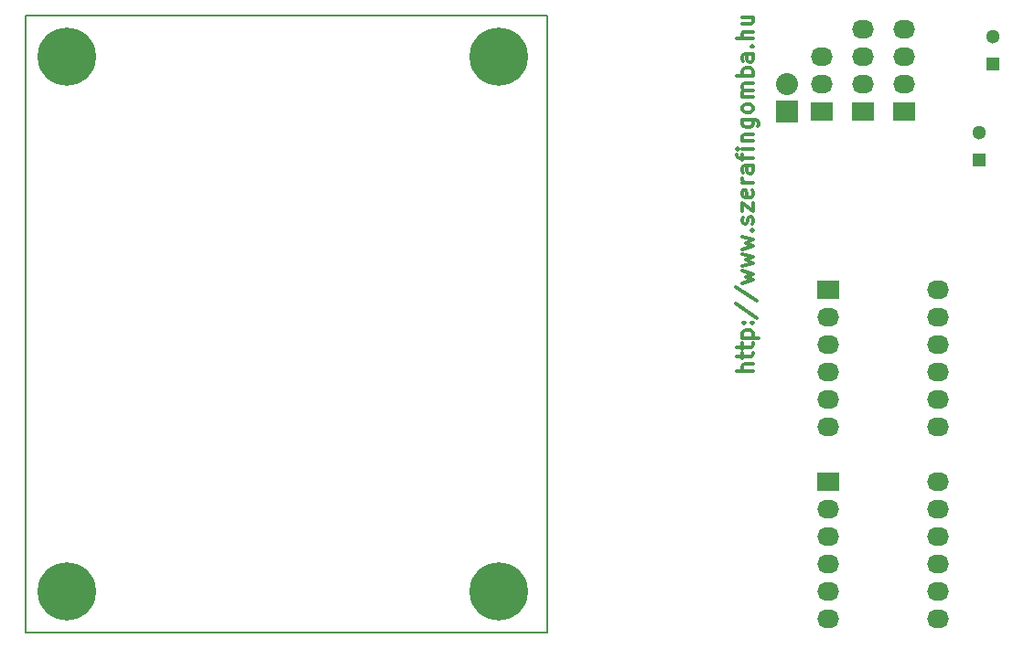
<source format=gbr>
G04 #@! TF.FileFunction,Copper,L1,Top,Signal*
%FSLAX46Y46*%
G04 Gerber Fmt 4.6, Leading zero omitted, Abs format (unit mm)*
G04 Created by KiCad (PCBNEW 4.0.5+dfsg1-4) date Sun Oct  6 16:03:19 2019*
%MOMM*%
%LPD*%
G01*
G04 APERTURE LIST*
%ADD10C,0.150000*%
%ADD11C,0.300000*%
%ADD12C,1.300000*%
%ADD13R,1.300000X1.300000*%
%ADD14R,2.032000X1.727200*%
%ADD15O,2.032000X1.727200*%
%ADD16C,5.400000*%
%ADD17R,2.032000X2.032000*%
%ADD18O,2.032000X2.032000*%
G04 APERTURE END LIST*
D10*
X118110000Y-68580000D02*
X160020000Y-68580000D01*
X118110000Y-125730000D02*
X118110000Y-68580000D01*
X158115000Y-125730000D02*
X118110000Y-125730000D01*
X166370000Y-125730000D02*
X158115000Y-125730000D01*
X166370000Y-68580000D02*
X166370000Y-125730000D01*
X160020000Y-68580000D02*
X166370000Y-68580000D01*
X165100000Y-125730000D02*
X166370000Y-125730000D01*
X158115000Y-125730000D02*
X165100000Y-125730000D01*
D11*
X185463571Y-101482859D02*
X183963571Y-101482859D01*
X185463571Y-100840002D02*
X184677857Y-100840002D01*
X184535000Y-100911431D01*
X184463571Y-101054288D01*
X184463571Y-101268573D01*
X184535000Y-101411431D01*
X184606429Y-101482859D01*
X184463571Y-100340002D02*
X184463571Y-99768573D01*
X183963571Y-100125716D02*
X185249286Y-100125716D01*
X185392143Y-100054288D01*
X185463571Y-99911430D01*
X185463571Y-99768573D01*
X184463571Y-99482859D02*
X184463571Y-98911430D01*
X183963571Y-99268573D02*
X185249286Y-99268573D01*
X185392143Y-99197145D01*
X185463571Y-99054287D01*
X185463571Y-98911430D01*
X184463571Y-98411430D02*
X185963571Y-98411430D01*
X184535000Y-98411430D02*
X184463571Y-98268573D01*
X184463571Y-97982859D01*
X184535000Y-97840002D01*
X184606429Y-97768573D01*
X184749286Y-97697144D01*
X185177857Y-97697144D01*
X185320714Y-97768573D01*
X185392143Y-97840002D01*
X185463571Y-97982859D01*
X185463571Y-98268573D01*
X185392143Y-98411430D01*
X185320714Y-97054287D02*
X185392143Y-96982859D01*
X185463571Y-97054287D01*
X185392143Y-97125716D01*
X185320714Y-97054287D01*
X185463571Y-97054287D01*
X184535000Y-97054287D02*
X184606429Y-96982859D01*
X184677857Y-97054287D01*
X184606429Y-97125716D01*
X184535000Y-97054287D01*
X184677857Y-97054287D01*
X183892143Y-95268573D02*
X185820714Y-96554287D01*
X183892143Y-93697144D02*
X185820714Y-94982858D01*
X184463571Y-93340000D02*
X185463571Y-93054286D01*
X184749286Y-92768572D01*
X185463571Y-92482857D01*
X184463571Y-92197143D01*
X184463571Y-91768571D02*
X185463571Y-91482857D01*
X184749286Y-91197143D01*
X185463571Y-90911428D01*
X184463571Y-90625714D01*
X184463571Y-90197142D02*
X185463571Y-89911428D01*
X184749286Y-89625714D01*
X185463571Y-89339999D01*
X184463571Y-89054285D01*
X185320714Y-88482856D02*
X185392143Y-88411428D01*
X185463571Y-88482856D01*
X185392143Y-88554285D01*
X185320714Y-88482856D01*
X185463571Y-88482856D01*
X185392143Y-87839999D02*
X185463571Y-87697142D01*
X185463571Y-87411427D01*
X185392143Y-87268570D01*
X185249286Y-87197142D01*
X185177857Y-87197142D01*
X185035000Y-87268570D01*
X184963571Y-87411427D01*
X184963571Y-87625713D01*
X184892143Y-87768570D01*
X184749286Y-87839999D01*
X184677857Y-87839999D01*
X184535000Y-87768570D01*
X184463571Y-87625713D01*
X184463571Y-87411427D01*
X184535000Y-87268570D01*
X184463571Y-86697141D02*
X184463571Y-85911427D01*
X185463571Y-86697141D01*
X185463571Y-85911427D01*
X185392143Y-84768570D02*
X185463571Y-84911427D01*
X185463571Y-85197141D01*
X185392143Y-85339998D01*
X185249286Y-85411427D01*
X184677857Y-85411427D01*
X184535000Y-85339998D01*
X184463571Y-85197141D01*
X184463571Y-84911427D01*
X184535000Y-84768570D01*
X184677857Y-84697141D01*
X184820714Y-84697141D01*
X184963571Y-85411427D01*
X185463571Y-84054284D02*
X184463571Y-84054284D01*
X184749286Y-84054284D02*
X184606429Y-83982856D01*
X184535000Y-83911427D01*
X184463571Y-83768570D01*
X184463571Y-83625713D01*
X185463571Y-82482856D02*
X184677857Y-82482856D01*
X184535000Y-82554285D01*
X184463571Y-82697142D01*
X184463571Y-82982856D01*
X184535000Y-83125713D01*
X185392143Y-82482856D02*
X185463571Y-82625713D01*
X185463571Y-82982856D01*
X185392143Y-83125713D01*
X185249286Y-83197142D01*
X185106429Y-83197142D01*
X184963571Y-83125713D01*
X184892143Y-82982856D01*
X184892143Y-82625713D01*
X184820714Y-82482856D01*
X184463571Y-81982856D02*
X184463571Y-81411427D01*
X185463571Y-81768570D02*
X184177857Y-81768570D01*
X184035000Y-81697142D01*
X183963571Y-81554284D01*
X183963571Y-81411427D01*
X185463571Y-80911427D02*
X184463571Y-80911427D01*
X183963571Y-80911427D02*
X184035000Y-80982856D01*
X184106429Y-80911427D01*
X184035000Y-80839999D01*
X183963571Y-80911427D01*
X184106429Y-80911427D01*
X184463571Y-80197141D02*
X185463571Y-80197141D01*
X184606429Y-80197141D02*
X184535000Y-80125713D01*
X184463571Y-79982855D01*
X184463571Y-79768570D01*
X184535000Y-79625713D01*
X184677857Y-79554284D01*
X185463571Y-79554284D01*
X184463571Y-78197141D02*
X185677857Y-78197141D01*
X185820714Y-78268570D01*
X185892143Y-78339998D01*
X185963571Y-78482855D01*
X185963571Y-78697141D01*
X185892143Y-78839998D01*
X185392143Y-78197141D02*
X185463571Y-78339998D01*
X185463571Y-78625712D01*
X185392143Y-78768570D01*
X185320714Y-78839998D01*
X185177857Y-78911427D01*
X184749286Y-78911427D01*
X184606429Y-78839998D01*
X184535000Y-78768570D01*
X184463571Y-78625712D01*
X184463571Y-78339998D01*
X184535000Y-78197141D01*
X185463571Y-77268569D02*
X185392143Y-77411427D01*
X185320714Y-77482855D01*
X185177857Y-77554284D01*
X184749286Y-77554284D01*
X184606429Y-77482855D01*
X184535000Y-77411427D01*
X184463571Y-77268569D01*
X184463571Y-77054284D01*
X184535000Y-76911427D01*
X184606429Y-76839998D01*
X184749286Y-76768569D01*
X185177857Y-76768569D01*
X185320714Y-76839998D01*
X185392143Y-76911427D01*
X185463571Y-77054284D01*
X185463571Y-77268569D01*
X185463571Y-76125712D02*
X184463571Y-76125712D01*
X184606429Y-76125712D02*
X184535000Y-76054284D01*
X184463571Y-75911426D01*
X184463571Y-75697141D01*
X184535000Y-75554284D01*
X184677857Y-75482855D01*
X185463571Y-75482855D01*
X184677857Y-75482855D02*
X184535000Y-75411426D01*
X184463571Y-75268569D01*
X184463571Y-75054284D01*
X184535000Y-74911426D01*
X184677857Y-74839998D01*
X185463571Y-74839998D01*
X185463571Y-74125712D02*
X183963571Y-74125712D01*
X184535000Y-74125712D02*
X184463571Y-73982855D01*
X184463571Y-73697141D01*
X184535000Y-73554284D01*
X184606429Y-73482855D01*
X184749286Y-73411426D01*
X185177857Y-73411426D01*
X185320714Y-73482855D01*
X185392143Y-73554284D01*
X185463571Y-73697141D01*
X185463571Y-73982855D01*
X185392143Y-74125712D01*
X185463571Y-72125712D02*
X184677857Y-72125712D01*
X184535000Y-72197141D01*
X184463571Y-72339998D01*
X184463571Y-72625712D01*
X184535000Y-72768569D01*
X185392143Y-72125712D02*
X185463571Y-72268569D01*
X185463571Y-72625712D01*
X185392143Y-72768569D01*
X185249286Y-72839998D01*
X185106429Y-72839998D01*
X184963571Y-72768569D01*
X184892143Y-72625712D01*
X184892143Y-72268569D01*
X184820714Y-72125712D01*
X185320714Y-71411426D02*
X185392143Y-71339998D01*
X185463571Y-71411426D01*
X185392143Y-71482855D01*
X185320714Y-71411426D01*
X185463571Y-71411426D01*
X185463571Y-70697140D02*
X183963571Y-70697140D01*
X185463571Y-70054283D02*
X184677857Y-70054283D01*
X184535000Y-70125712D01*
X184463571Y-70268569D01*
X184463571Y-70482854D01*
X184535000Y-70625712D01*
X184606429Y-70697140D01*
X184463571Y-68697140D02*
X185463571Y-68697140D01*
X184463571Y-69339997D02*
X185249286Y-69339997D01*
X185392143Y-69268569D01*
X185463571Y-69125711D01*
X185463571Y-68911426D01*
X185392143Y-68768569D01*
X185320714Y-68697140D01*
D12*
X206375000Y-79415000D03*
D13*
X206375000Y-81915000D03*
D14*
X199390000Y-77470000D03*
D15*
X199390000Y-74930000D03*
X199390000Y-72390000D03*
X199390000Y-69850000D03*
D16*
X121920000Y-121920000D03*
X161925000Y-121920000D03*
X161925000Y-72390000D03*
X121920000Y-72390000D03*
D14*
X195580000Y-77470000D03*
D15*
X195580000Y-74930000D03*
X195580000Y-72390000D03*
X195580000Y-69850000D03*
D12*
X207645000Y-70525000D03*
D13*
X207645000Y-73025000D03*
D14*
X191770000Y-77470000D03*
D15*
X191770000Y-74930000D03*
X191770000Y-72390000D03*
D17*
X188595000Y-77470000D03*
D18*
X188595000Y-74930000D03*
D15*
X202565000Y-93980000D03*
X202565000Y-106680000D03*
X202565000Y-104140000D03*
X202565000Y-101600000D03*
X202565000Y-99060000D03*
X202565000Y-96520000D03*
D14*
X192405000Y-93980000D03*
D15*
X192405000Y-96520000D03*
X192405000Y-99060000D03*
X192405000Y-101600000D03*
X192405000Y-104140000D03*
X192405000Y-106680000D03*
X202565000Y-111760000D03*
X202565000Y-124460000D03*
X202565000Y-121920000D03*
X202565000Y-119380000D03*
X202565000Y-116840000D03*
X202565000Y-114300000D03*
D14*
X192405000Y-111760000D03*
D15*
X192405000Y-114300000D03*
X192405000Y-116840000D03*
X192405000Y-119380000D03*
X192405000Y-121920000D03*
X192405000Y-124460000D03*
M02*

</source>
